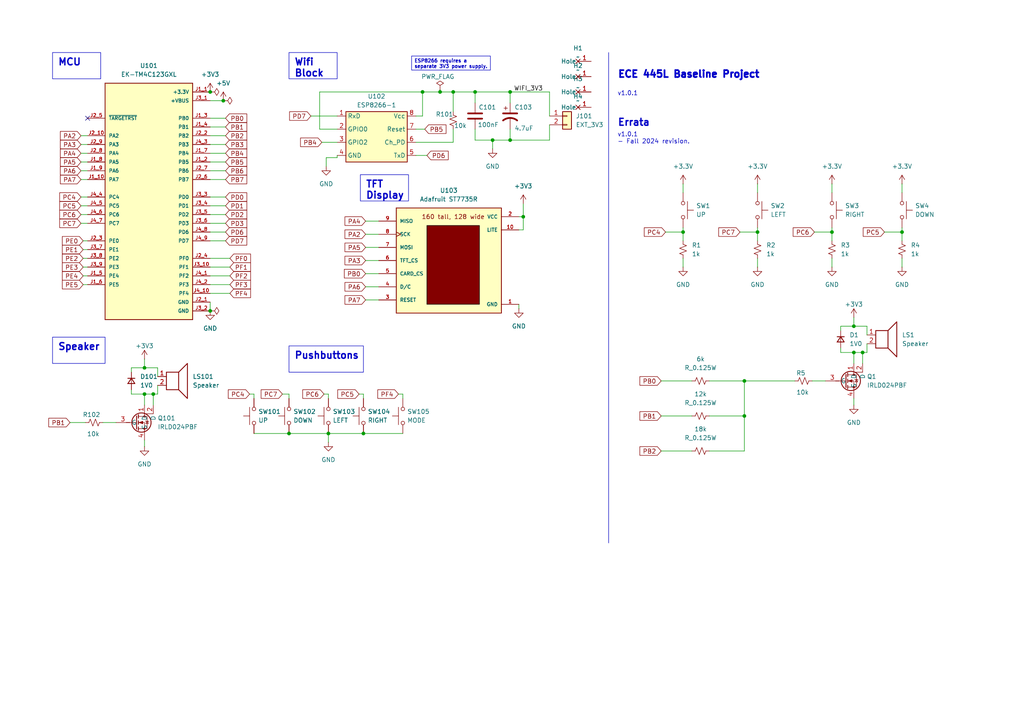
<source format=kicad_sch>
(kicad_sch (version 20231120) (generator "eeschema") (generator_version "8.0")
  (paper "A4")
  (title_block (title "ECE 445L Baseline Project") (date "2024-08-07") (rev "v1.0.1") (company "The University of Texas at Austin"))
  (lib_symbols
    (symbol "Connector_Generic:Conn_01x02" (pin_names (offset 1.016) hide)
      (property "Reference" "J" (at 0 2.54 0))
      (property "Value" "Conn_01x02" (at 0 -5.08 0))
      (symbol "Conn_01x02_1_1"
        (rectangle (start -1.27 -2.413) (end 0 -2.667) (stroke (width 0.1524)))
        (rectangle (start -1.27 0.127) (end 0 -0.127) (stroke (width 0.1524)))
        (rectangle (start -1.27 1.27) (end 1.27 -3.81) (stroke (width 0.254)) (fill (type background)))
        (pin passive line (at -5.08 0 0) (length 3.81) (name "Pin_1") (number "1"))
        (pin passive line (at -5.08 -2.54 0) (length 3.81) (name "Pin_2") (number "2"))
      )
    )
    (symbol "Device:D_Small" (pin_numbers hide) (pin_names (offset 0.254) hide)
      (property "Reference" "D" (at -1.27 2.032 0))
      (property "Value" "D_Small" (at -3.81 -2.032 0))
      (symbol "D_Small_0_1"
        (polyline (pts (xy -0.762 -1.016) (xy -0.762 1.016)) (stroke (width 0.254)))
        (polyline (pts (xy -0.762 0) (xy 0.762 0)))
        (polyline (pts (xy 0.762 -1.016) (xy -0.762 0) (xy 0.762 1.016) (xy 0.762 -1.016)) (stroke (width 0.254)))
      )
      (symbol "D_Small_1_1"
        (pin passive line (at -2.54 0 0) (length 1.778) (name "K") (number "1"))
        (pin passive line (at 2.54 0 180) (length 1.778) (name "A") (number "2"))
      )
    )
    (symbol "Device:Speaker" (pin_names (offset 0) hide)
      (property "Reference" "LS" (at 1.27 5.715 0))
      (property "Value" "Speaker" (at 1.27 3.81 0))
      (symbol "Speaker_0_0"
        (rectangle (start -2.54 1.27) (end 1.016 -3.81) (stroke (width 0.254)))
        (polyline (pts (xy 1.016 1.27) (xy 3.556 3.81) (xy 3.556 -6.35) (xy 1.016 -3.81)) (stroke (width 0.254)))
      )
      (symbol "Speaker_1_1"
        (pin input line (at -5.08 0 0) (length 2.54) (name "1") (number "1"))
        (pin input line (at -5.08 -2.54 0) (length 2.54) (name "2") (number "2"))
      )
    )
    (symbol "ECE445L:Adafruit_ST7735R" (pin_names (offset 1.016))
      (property "Reference" "U?" (at -15.24 16.002 0))
      (property "Value" "Adafruit ST7735R" (at -15.24 -17.78 0))
      (symbol "Adafruit_ST7735R_0_0"
        (rectangle (start -15.24 15.24) (end 15.24 -15.24) (stroke (width 0.254)) (fill (type background)))
      )
      (symbol "Adafruit_ST7735R_1_0"
        (pin power_in line (at 20.32 -12.7 180) (length 5.08) (name "GND") (number "1"))
        (pin power_in line (at 20.32 8.89 180) (length 5.08) (name "LITE") (number "10"))
        (pin power_in line (at 20.32 12.7 180) (length 5.08) (name "VCC") (number "2"))
        (pin input line (at -20.32 -11.43 0) (length 5.08) (name "RESET") (number "3"))
        (pin input line (at -20.32 -7.62 0) (length 5.08) (name "D/C") (number "4"))
        (pin input line (at -20.32 -3.81 0) (length 5.08) (name "CARD_CS") (number "5"))
        (pin input line (at -20.32 0 0) (length 5.08) (name "TFT_CS") (number "6"))
        (pin input line (at -20.32 3.81 0) (length 5.08) (name "MOSI") (number "7"))
        (pin input clock (at -20.32 7.62 0) (length 5.08) (name "SCK") (number "8"))
        (pin output line (at -20.32 11.43 0) (length 5.08) (name "MISO") (number "9"))
      )
      (symbol "Adafruit_ST7735R_1_1"
        (rectangle (start -6.35 10.16) (end 8.89 -12.7) (stroke (width 0) (color 0 0 0 1)) (fill (type color) (color 132 0 0 1)))
        (text "160 tall, 128 wide" (at 1.27 12.7 0) (effects (font (size 1.27 1.27))))
      )
    )
    (symbol "ECE445L:C" (pin_numbers hide) (pin_names (offset 0.254))
      (property "Reference" "C" (at 0.635 2.54 0))
      (property "Value" "C" (at 0.635 -2.54 0))
      (symbol "C_0_1"
        (polyline (pts (xy -2.032 -0.762) (xy 2.032 -0.762)) (stroke (width 0.508)))
        (polyline (pts (xy -2.032 0.762) (xy 2.032 0.762)) (stroke (width 0.508)))
      )
      (symbol "C_1_1"
        (pin passive line (at 0 3.81 270) (length 2.794) (name "~") (number "1"))
        (pin passive line (at 0 -3.81 90) (length 2.794) (name "~") (number "2"))
      )
    )
    (symbol "ECE445L:C_Polarized" (pin_numbers hide) (pin_names (offset 0.254) hide)
      (property "Reference" "C" (at 0.635 2.54 0))
      (property "Value" "C_Polarized" (at 0.635 -2.54 0))
      (symbol "C_Polarized_0_1"
        (polyline (pts (xy -2.032 0.762) (xy 2.032 0.762)) (stroke (width 0.508)))
        (polyline (pts (xy -1.778 2.286) (xy -0.762 2.286)))
        (polyline (pts (xy -1.27 1.778) (xy -1.27 2.794)))
        (arc (start 2.032 -1.27) (mid 0 -0.5572) (end -2.032 -1.27) (stroke (width 0.508)))
      )
      (symbol "C_Polarized_1_1"
        (pin passive line (at 0 3.81 270) (length 2.794) (name "~") (number "1"))
        (pin passive line (at 0 -3.81 90) (length 3.302) (name "~") (number "2"))
      )
    )
    (symbol "ECE445L:EK-TM4C123GXL" (pin_names (offset 1.016))
      (property "Reference" "U?" (at -12.7367 34.3099 0))
      (property "Value" "EK-TM4C123GXL" (at -12.7129 -38.1075 0))
      (symbol "EK-TM4C123GXL_0_0"
        (rectangle (start -12.7 -35.56) (end 12.7 33.02) (stroke (width 0.254)) (fill (type background)))
        (pin power_in line (at 17.78 30.48 180) (length 5.08) (name "+3.3V") (number "J1_1"))
        (pin bidirectional line (at -17.78 5.08 0) (length 5.08) (name "PA7") (number "J1_10"))
        (pin bidirectional line (at 17.78 22.86 180) (length 5.08) (name "PB0") (number "J1_3"))
        (pin bidirectional line (at 17.78 20.32 180) (length 5.08) (name "PB1") (number "J1_4"))
        (pin bidirectional line (at -17.78 -22.86 0) (length 5.08) (name "PE4") (number "J1_5"))
        (pin bidirectional line (at -17.78 -25.4 0) (length 5.08) (name "PE5") (number "J1_6"))
        (pin bidirectional line (at 17.78 12.7 180) (length 5.08) (name "PB4") (number "J1_7"))
        (pin bidirectional line (at -17.78 10.16 0) (length 5.08) (name "PA5") (number "J1_8"))
        (pin bidirectional line (at -17.78 7.62 0) (length 5.08) (name "PA6") (number "J1_9"))
        (pin power_in line (at 17.78 -30.48 180) (length 5.08) (name "GND") (number "J2_1"))
        (pin bidirectional line (at -17.78 17.78 0) (length 5.08) (name "PA2") (number "J2_10"))
        (pin bidirectional line (at 17.78 17.78 180) (length 5.08) (name "PB2") (number "J2_2"))
        (pin bidirectional line (at -17.78 -12.7 0) (length 5.08) (name "PE0") (number "J2_3"))
        (pin bidirectional line (at 17.78 -17.78 180) (length 5.08) (name "PF0") (number "J2_4"))
        (pin input line (at -17.78 22.86 0) (length 5.08) (name "~{TARGETRST}") (number "J2_5"))
        (pin bidirectional line (at 17.78 5.08 180) (length 5.08) (name "PB7") (number "J2_6"))
        (pin bidirectional line (at 17.78 7.62 180) (length 5.08) (name "PB6") (number "J2_7"))
        (pin bidirectional line (at -17.78 12.7 0) (length 5.08) (name "PA4") (number "J2_8"))
        (pin bidirectional line (at -17.78 15.24 0) (length 5.08) (name "PA3") (number "J2_9"))
        (pin power_in line (at 17.78 27.94 180) (length 5.08) (name "+VBUS") (number "J3_1"))
        (pin bidirectional line (at 17.78 -20.32 180) (length 5.08) (name "PF1") (number "J3_10"))
        (pin power_in line (at 17.78 -33.02 180) (length 5.08) (name "GND") (number "J3_2"))
        (pin bidirectional line (at 17.78 0 180) (length 5.08) (name "PD0") (number "J3_3"))
        (pin bidirectional line (at 17.78 -2.54 180) (length 5.08) (name "PD1") (number "J3_4"))
        (pin bidirectional line (at 17.78 -5.08 180) (length 5.08) (name "PD2") (number "J3_5"))
        (pin bidirectional line (at 17.78 -7.62 180) (length 5.08) (name "PD3") (number "J3_6"))
        (pin bidirectional line (at -17.78 -15.24 0) (length 5.08) (name "PE1") (number "J3_7"))
        (pin bidirectional line (at -17.78 -17.78 0) (length 5.08) (name "PE2") (number "J3_8"))
        (pin bidirectional line (at -17.78 -20.32 0) (length 5.08) (name "PE3") (number "J3_9"))
        (pin bidirectional line (at 17.78 -22.86 180) (length 5.08) (name "PF2") (number "J4_1"))
        (pin bidirectional line (at 17.78 -27.94 180) (length 5.08) (name "PF4") (number "J4_10"))
        (pin bidirectional line (at 17.78 -25.4 180) (length 5.08) (name "PF3") (number "J4_2"))
        (pin bidirectional line (at 17.78 15.24 180) (length 5.08) (name "PB3") (number "J4_3"))
        (pin bidirectional line (at -17.78 0 0) (length 5.08) (name "PC4") (number "J4_4"))
        (pin bidirectional line (at -17.78 -2.54 0) (length 5.08) (name "PC5") (number "J4_5"))
        (pin bidirectional line (at -17.78 -5.08 0) (length 5.08) (name "PC6") (number "J4_6"))
        (pin bidirectional line (at -17.78 -7.62 0) (length 5.08) (name "PC7") (number "J4_7"))
        (pin bidirectional line (at 17.78 -10.16 180) (length 5.08) (name "PD6") (number "J4_8"))
        (pin bidirectional line (at 17.78 -12.7 180) (length 5.08) (name "PD7") (number "J4_9"))
      )
      (symbol "EK-TM4C123GXL_1_0"
        (pin bidirectional line (at 17.78 10.16 180) (length 5.08) (name "PB5") (number "J1_2"))
      )
    )
    (symbol "ECE445L:ESP8266-1"
      (property "Reference" "U" (at 0 0 0))
      (property "Value" "ESP8266-1" (at 0 8.255 0))
      (symbol "ESP8266-1_1_1"
        (rectangle (start -8.255 6.985) (end 9.525 -7.62) (stroke (width 0.254)) (fill (type background)))
        (pin passive line (at -10.795 5.715 0) (length 2.54) (name "RxD") (number "1"))
        (pin passive line (at -10.795 1.905 0) (length 2.54) (name "GPIO0") (number "2"))
        (pin passive line (at -10.795 -1.905 0) (length 2.54) (name "GPIO2") (number "3"))
        (pin passive line (at -10.795 -5.715 0) (length 2.54) (name "GND") (number "4"))
        (pin passive line (at 12.065 -5.715 180) (length 2.54) (name "TxD") (number "5"))
        (pin passive line (at 12.065 -1.905 180) (length 2.54) (name "Ch_PD") (number "6"))
        (pin passive line (at 12.065 1.905 180) (length 2.54) (name "Reset") (number "7"))
        (pin passive line (at 12.065 5.715 180) (length 2.54) (name "Vcc") (number "8"))
      )
    )
    (symbol "ECE445L:IRLD024PBF"
      (property "Reference" "Q" (at 6.35 5.715 0))
      (property "Value" "IRLD024PBF" (at 16.51 -1.905 0))
      (symbol "IRLD024PBF_0_1"
        (polyline (pts (xy 11.43 0.635) (xy 8.636 0.635)))
        (polyline (pts (xy 11.684 2.54) (xy 11.684 -1.27)) (stroke (width 0.254)))
        (polyline (pts (xy 12.192 -0.635) (xy 12.192 -1.651)) (stroke (width 0.254)))
        (polyline (pts (xy 12.192 1.143) (xy 12.192 0.127)) (stroke (width 0.254)))
        (polyline (pts (xy 12.192 2.921) (xy 12.192 1.905)) (stroke (width 0.254)))
        (polyline (pts (xy 13.97 3.175) (xy 13.97 2.413)))
        (polyline (pts (xy 16.51 3.175) (xy 13.97 3.175)))
        (polyline (pts (xy 13.97 -1.905) (xy 13.97 0.635) (xy 12.192 0.635)))
        (polyline (pts (xy 12.192 -1.143) (xy 14.732 -1.143) (xy 14.732 2.413) (xy 12.192 2.413)))
        (polyline (pts (xy 12.446 0.635) (xy 13.462 1.016) (xy 13.462 0.254) (xy 12.446 0.635)) (fill (type outline)))
        (polyline (pts (xy 14.224 1.143) (xy 14.351 1.016) (xy 15.113 1.016) (xy 15.24 0.889)))
        (polyline (pts (xy 14.732 1.016) (xy 14.351 0.381) (xy 15.113 0.381) (xy 14.732 1.016)))
        (circle (center 13.081 0.635) (radius 2.794) (stroke (width 0.254)))
        (circle (center 13.97 -1.143) (radius 0.254) (fill (type outline)))
        (circle (center 13.97 2.413) (radius 0.254) (fill (type outline)))
      )
      (symbol "IRLD024PBF_1_1"
        (pin passive line (at 13.97 5.715 270) (length 2.54) (name "D") (number "1"))
        (pin passive line (at 16.51 5.715 270) (length 2.54) (name "D") (number "2"))
        (pin input line (at 5.715 0.635 0) (length 4) (name "G") (number "3"))
        (pin passive line (at 13.97 -4.445 90) (length 2.54) (name "S") (number "4"))
      )
    )
    (symbol "ECE445L:MountingHole"
      (property "Reference" "H" (at 0 0 0))
      (symbol "MountingHole_1_1"
        (pin power_in non_logic (at 0 0 180) (length 3.81) (name "Hole") (number "1"))
      )
    )
    (symbol "ECE445L:R_0.125W" (pin_numbers hide) (pin_names (offset 0.254) hide)
      (property "Reference" "R" (at 0.762 0.508 0))
      (property "Value" "R_0.125W" (at 0.762 -1.016 0))
      (symbol "R_0.125W_1_1"
        (polyline (pts (xy 0 0) (xy 1.016 -0.381) (xy 0 -0.762) (xy -1.016 -1.143) (xy 0 -1.524)))
        (polyline (pts (xy 0 1.524) (xy 1.016 1.143) (xy 0 0.762) (xy -1.016 0.381) (xy 0 0)))
        (pin passive line (at 0 2.54 270) (length 1.016) (name "~") (number "1"))
        (pin passive line (at 0 -2.54 90) (length 1.016) (name "~") (number "2"))
      )
    )
    (symbol "ECE445L:SW_Push" (pin_numbers hide) (pin_names (offset 1.016) hide)
      (property "Reference" "SW101" (at 1.27 -1.27 90))
      (property "Value" "UP" (at -1.27 -1.27 90))
      (symbol "SW_Push_0_1"
        (circle (center -2.032 0) (radius 0.508))
        (polyline (pts (xy 0 1.27) (xy 0 3.048)))
        (polyline (pts (xy 2.54 1.27) (xy -2.54 1.27)))
        (circle (center 2.032 0) (radius 0.508))
        (pin passive line (at -5.08 0 0) (length 2.54) (name "1") (number "1"))
        (pin passive line (at 5.08 0 180) (length 2.54) (name "2") (number "2"))
      )
    )
    (symbol "Switch:SW_Push" (pin_numbers hide) (pin_names (offset 1.016) hide)
      (property "Reference" "SW" (at 1.27 2.54 0))
      (property "Value" "SW_Push" (at 0 -1.524 0))
      (symbol "SW_Push_0_1"
        (circle (center -2.032 0) (radius 0.508))
        (polyline (pts (xy 0 1.27) (xy 0 3.048)))
        (polyline (pts (xy 2.54 1.27) (xy -2.54 1.27)))
        (circle (center 2.032 0) (radius 0.508))
        (pin passive line (at -5.08 0 0) (length 2.54) (name "1") (number "1"))
        (pin passive line (at 5.08 0 180) (length 2.54) (name "2") (number "2"))
      )
    )
    (symbol "power:+3.3V" (power) (pin_numbers hide) (pin_names (offset 0) hide)
      (property "Value" "+3.3V" (at 0 3.556 0))
      (symbol "+3.3V_0_1"
        (polyline (pts (xy -0.762 1.27) (xy 0 2.54)))
        (polyline (pts (xy 0 0) (xy 0 2.54)))
        (polyline (pts (xy 0 2.54) (xy 0.762 1.27)))
      )
      (symbol "+3.3V_1_1"
        (pin power_in line (at 0 0 90) (length 0) (name "~") (number "1"))
      )
    )
    (symbol "power:+3V3" (power) (pin_numbers hide) (pin_names (offset 0) hide)
      (property "Value" "+3V3" (at 0 3.556 0))
      (symbol "+3V3_0_1"
        (polyline (pts (xy -0.762 1.27) (xy 0 2.54)))
        (polyline (pts (xy 0 0) (xy 0 2.54)))
        (polyline (pts (xy 0 2.54) (xy 0.762 1.27)))
      )
      (symbol "+3V3_1_1"
        (pin power_in line (at 0 0 90) (length 0) (name "~") (number "1"))
      )
    )
    (symbol "power:+5V" (power) (pin_numbers hide) (pin_names (offset 0) hide)
      (property "Value" "+5V" (at 0 3.556 0))
      (symbol "+5V_0_1"
        (polyline (pts (xy -0.762 1.27) (xy 0 2.54)))
        (polyline (pts (xy 0 0) (xy 0 2.54)))
        (polyline (pts (xy 0 2.54) (xy 0.762 1.27)))
      )
      (symbol "+5V_1_1"
        (pin power_in line (at 0 0 90) (length 0) (name "~") (number "1"))
      )
    )
    (symbol "power:GND" (power) (pin_numbers hide) (pin_names (offset 0) hide)
      (property "Value" "GND" (at 0 -3.81 0))
      (symbol "GND_0_1"
        (polyline (pts (xy 0 0) (xy 0 -1.27) (xy 1.27 -1.27) (xy 0 -2.54) (xy -1.27 -1.27) (xy 0 -1.27)))
      )
      (symbol "GND_1_1"
        (pin power_in line (at 0 0 270) (length 0) (name "~") (number "1"))
      )
    )
    (symbol "power:PWR_FLAG" (power) (pin_numbers hide) (pin_names (offset 0) hide)
      (property "Value" "PWR_FLAG" (at 0 3.81 0))
      (symbol "PWR_FLAG_0_0"
        (pin power_out line (at 0 0 90) (length 0) (name "~") (number "1"))
      )
      (symbol "PWR_FLAG_0_1"
        (polyline (pts (xy 0 0) (xy 0 1.27) (xy -1.016 1.905) (xy 0 2.54) (xy 1.016 1.905) (xy 0 1.27)))
      )
    )
  )
  (junction (at 60.96 26.67))
  (junction (at 95.25 125.73))
  (junction (at 127.635 26.67))
  (junction (at 147.955 26.67))
  (junction (at 250.19 102.235))
  (junction (at 41.91 106.68))
  (junction (at 219.71 67.31))
  (junction (at 44.45 114.3))
  (junction (at 198.12 67.31))
  (junction (at 215.9 110.49))
  (junction (at 215.9 120.65))
  (junction (at 122.555 26.67))
  (junction (at 137.795 26.67))
  (junction (at 147.955 40.64))
  (junction (at 60.96 90.17))
  (junction (at 261.62 67.31))
  (junction (at 247.65 94.615))
  (junction (at 41.91 114.3))
  (junction (at 142.875 40.64))
  (junction (at 247.65 102.235))
  (junction (at 131.445 26.67))
  (junction (at 83.82 125.73))
  (junction (at 105.41 125.73))
  (junction (at 241.3 67.31))
  (junction (at 151.765 62.865))
  (junction (at 64.77 29.21))
  (no_connect (at 25.4 34.29))
  (wire (pts (xy 60.96 41.91) (xy 65.405 41.91)))
  (wire (pts (xy 106.045 71.755) (xy 109.855 71.755)))
  (wire (pts (xy 93.345 41.275) (xy 97.79 41.275)))
  (wire (pts (xy 81.915 114.3) (xy 83.82 114.3)))
  (wire (pts (xy 236.22 67.31) (xy 241.3 67.31)))
  (wire (pts (xy 215.9 110.49) (xy 215.9 120.65)))
  (wire (pts (xy 73.66 114.3) (xy 73.66 115.57)))
  (wire (pts (xy 219.71 67.31) (xy 219.71 69.85)))
  (wire (pts (xy 116.84 114.3) (xy 116.84 115.57)))
  (wire (pts (xy 60.96 52.07) (xy 65.405 52.07)))
  (wire (pts (xy 250.19 102.235) (xy 250.19 105.41)))
  (wire (pts (xy 60.96 36.83) (xy 65.405 36.83)))
  (wire (pts (xy 215.9 120.65) (xy 215.9 130.81)))
  (wire (pts (xy 95.25 125.73) (xy 95.25 128.27)))
  (wire (pts (xy 20.32 122.555) (xy 24.765 122.555)))
  (wire (pts (xy 38.1 106.68) (xy 41.91 106.68)))
  (wire (pts (xy 94.615 45.72) (xy 94.615 48.26)))
  (wire (pts (xy 106.045 79.375) (xy 109.855 79.375)))
  (wire (pts (xy 60.96 69.85) (xy 65.405 69.85)))
  (wire (pts (xy 131.445 41.275) (xy 131.445 37.465)))
  (wire (pts (xy 23.495 64.77) (xy 25.4 64.77)))
  (wire (pts (xy 147.955 40.64) (xy 159.385 40.64)))
  (wire (pts (xy 120.65 45.085) (xy 123.825 45.085)))
  (wire (pts (xy 60.96 77.47) (xy 66.675 77.47)))
  (wire (pts (xy 45.72 111.76) (xy 45.72 114.3)))
  (wire (pts (xy 92.71 26.67) (xy 92.71 37.465)))
  (wire (pts (xy 106.045 75.565) (xy 109.855 75.565)))
  (wire (pts (xy 24.13 77.47) (xy 25.4 77.47)))
  (wire (pts (xy 251.46 99.695) (xy 251.46 102.235)))
  (wire (pts (xy 73.66 125.73) (xy 83.82 125.73)))
  (wire (pts (xy 198.12 53.34) (xy 198.12 55.88)))
  (wire (pts (xy 23.495 62.23) (xy 25.4 62.23)))
  (wire (pts (xy 97.79 45.72) (xy 94.615 45.72)))
  (wire (pts (xy 23.495 41.91) (xy 25.4 41.91)))
  (wire (pts (xy 142.875 40.64) (xy 137.795 40.64)))
  (wire (pts (xy 41.91 104.14) (xy 41.91 106.68)))
  (wire (pts (xy 29.845 122.555) (xy 33.655 122.555)))
  (wire (pts (xy 60.96 39.37) (xy 65.405 39.37)))
  (wire (pts (xy 205.74 130.81) (xy 215.9 130.81)))
  (wire (pts (xy 60.96 87.63) (xy 60.96 90.17)))
  (wire (pts (xy 41.91 114.3) (xy 44.45 114.3)))
  (wire (pts (xy 131.445 26.67) (xy 127.635 26.67)))
  (wire (pts (xy 24.13 72.39) (xy 25.4 72.39)))
  (wire (pts (xy 72.39 114.3) (xy 73.66 114.3)))
  (wire (pts (xy 198.12 66.04) (xy 198.12 67.31)))
  (wire (pts (xy 247.65 94.615) (xy 251.46 94.615)))
  (wire (pts (xy 38.1 106.68) (xy 38.1 107.95)))
  (wire (pts (xy 261.62 74.93) (xy 261.62 77.47)))
  (wire (pts (xy 60.96 85.09) (xy 66.675 85.09)))
  (wire (pts (xy 24.13 69.85) (xy 25.4 69.85)))
  (wire (pts (xy 243.84 102.235) (xy 243.84 100.965)))
  (wire (pts (xy 243.84 94.615) (xy 243.84 95.885)))
  (wire (pts (xy 38.1 114.3) (xy 41.91 114.3)))
  (wire (pts (xy 127.635 26.035) (xy 127.635 26.67)))
  (wire (pts (xy 23.495 49.53) (xy 25.4 49.53)))
  (wire (pts (xy 60.96 80.01) (xy 66.675 80.01)))
  (wire (pts (xy 247.65 102.235) (xy 250.19 102.235)))
  (wire (pts (xy 120.65 33.655) (xy 122.555 33.655)))
  (wire (pts (xy 191.77 130.81) (xy 200.66 130.81)))
  (wire (pts (xy 60.96 34.29) (xy 65.405 34.29)))
  (wire (pts (xy 151.765 59.055) (xy 151.765 62.865)))
  (wire (pts (xy 115.57 114.3) (xy 116.84 114.3)))
  (wire (pts (xy 24.13 80.01) (xy 25.4 80.01)))
  (wire (pts (xy 256.54 67.31) (xy 261.62 67.31)))
  (wire (pts (xy 106.045 67.945) (xy 109.855 67.945)))
  (wire (pts (xy 193.04 67.31) (xy 198.12 67.31)))
  (wire (pts (xy 83.82 114.3) (xy 83.82 115.57)))
  (wire (pts (xy 205.74 110.49) (xy 215.9 110.49)))
  (wire (pts (xy 97.79 45.085) (xy 97.79 45.72)))
  (wire (pts (xy 23.495 39.37) (xy 25.4 39.37)))
  (wire (pts (xy 83.82 125.73) (xy 95.25 125.73)))
  (wire (pts (xy 104.14 114.3) (xy 105.41 114.3)))
  (wire (pts (xy 243.84 94.615) (xy 247.65 94.615)))
  (wire (pts (xy 120.65 37.465) (xy 123.19 37.465)))
  (wire (pts (xy 205.74 120.65) (xy 215.9 120.65)))
  (wire (pts (xy 23.495 44.45) (xy 25.4 44.45)))
  (wire (pts (xy 90.17 33.655) (xy 97.79 33.655)))
  (wire (pts (xy 219.71 53.34) (xy 219.71 55.88)))
  (wire (pts (xy 60.96 29.21) (xy 64.77 29.21)))
  (wire (pts (xy 142.875 40.64) (xy 147.955 40.64)))
  (wire (pts (xy 137.795 26.67) (xy 131.445 26.67)))
  (wire (pts (xy 106.045 64.135) (xy 109.855 64.135)))
  (polyline (pts (xy 176.53 15.24) (xy 176.53 157.48)))
  (wire (pts (xy 24.13 82.55) (xy 25.4 82.55)))
  (wire (pts (xy 23.495 52.07) (xy 25.4 52.07)))
  (wire (pts (xy 106.045 83.185) (xy 109.855 83.185)))
  (wire (pts (xy 151.765 66.675) (xy 151.765 62.865)))
  (wire (pts (xy 219.71 66.04) (xy 219.71 67.31)))
  (wire (pts (xy 191.77 120.65) (xy 200.66 120.65)))
  (wire (pts (xy 215.9 110.49) (xy 230.505 110.49)))
  (wire (pts (xy 235.585 110.49) (xy 239.395 110.49)))
  (wire (pts (xy 198.12 74.93) (xy 198.12 77.47)))
  (wire (pts (xy 147.955 26.67) (xy 137.795 26.67)))
  (wire (pts (xy 106.045 86.995) (xy 109.855 86.995)))
  (wire (pts (xy 219.71 74.93) (xy 219.71 77.47)))
  (wire (pts (xy 44.45 114.3) (xy 45.72 114.3)))
  (wire (pts (xy 23.495 46.99) (xy 25.4 46.99)))
  (wire (pts (xy 198.12 67.31) (xy 198.12 69.85)))
  (wire (pts (xy 93.98 114.3) (xy 95.25 114.3)))
  (wire (pts (xy 127.635 26.67) (xy 122.555 26.67)))
  (wire (pts (xy 105.41 125.73) (xy 116.84 125.73)))
  (wire (pts (xy 150.495 66.675) (xy 151.765 66.675)))
  (wire (pts (xy 137.795 40.64) (xy 137.795 37.465)))
  (wire (pts (xy 214.63 67.31) (xy 219.71 67.31)))
  (wire (pts (xy 247.65 102.235) (xy 247.65 105.41)))
  (wire (pts (xy 159.385 36.195) (xy 159.385 40.64)))
  (wire (pts (xy 241.3 66.04) (xy 241.3 67.31)))
  (wire (pts (xy 243.84 102.235) (xy 247.65 102.235)))
  (wire (pts (xy 97.79 37.465) (xy 92.71 37.465)))
  (wire (pts (xy 247.65 92.075) (xy 247.65 94.615)))
  (wire (pts (xy 241.3 74.93) (xy 241.3 77.47)))
  (wire (pts (xy 60.96 64.77) (xy 65.405 64.77)))
  (wire (pts (xy 150.495 88.265) (xy 150.495 89.535)))
  (wire (pts (xy 137.795 26.67) (xy 137.795 29.845)))
  (wire (pts (xy 120.65 41.275) (xy 131.445 41.275)))
  (wire (pts (xy 41.91 114.3) (xy 41.91 117.475)))
  (wire (pts (xy 142.875 43.18) (xy 142.875 40.64)))
  (wire (pts (xy 241.3 53.34) (xy 241.3 55.88)))
  (wire (pts (xy 95.25 114.3) (xy 95.25 115.57)))
  (wire (pts (xy 247.65 115.57) (xy 247.65 117.475)))
  (wire (pts (xy 122.555 33.655) (xy 122.555 26.67)))
  (wire (pts (xy 60.96 82.55) (xy 66.675 82.55)))
  (wire (pts (xy 60.96 74.93) (xy 66.675 74.93)))
  (wire (pts (xy 241.3 67.31) (xy 241.3 69.85)))
  (wire (pts (xy 105.41 114.3) (xy 105.41 115.57)))
  (wire (pts (xy 95.25 125.73) (xy 105.41 125.73)))
  (wire (pts (xy 131.445 26.67) (xy 131.445 32.385)))
  (wire (pts (xy 44.45 114.3) (xy 44.45 117.475)))
  (wire (pts (xy 60.96 44.45) (xy 65.405 44.45)))
  (wire (pts (xy 60.96 67.31) (xy 65.405 67.31)))
  (wire (pts (xy 60.96 57.15) (xy 65.405 57.15)))
  (wire (pts (xy 23.495 57.15) (xy 25.4 57.15)))
  (wire (pts (xy 45.72 106.68) (xy 45.72 109.22)))
  (wire (pts (xy 41.91 127.635) (xy 41.91 129.54)))
  (wire (pts (xy 147.955 40.64) (xy 147.955 37.465)))
  (wire (pts (xy 261.62 66.04) (xy 261.62 67.31)))
  (wire (pts (xy 60.96 59.69) (xy 65.405 59.69)))
  (wire (pts (xy 147.955 26.67) (xy 147.955 29.845)))
  (wire (pts (xy 122.555 26.67) (xy 92.71 26.67)))
  (wire (pts (xy 191.77 110.49) (xy 200.66 110.49)))
  (wire (pts (xy 261.62 53.34) (xy 261.62 55.88)))
  (wire (pts (xy 23.495 59.69) (xy 25.4 59.69)))
  (wire (pts (xy 261.62 67.31) (xy 261.62 69.85)))
  (wire (pts (xy 60.96 46.99) (xy 65.405 46.99)))
  (wire (pts (xy 159.385 26.67) (xy 159.385 33.655)))
  (wire (pts (xy 150.495 62.865) (xy 151.765 62.865)))
  (wire (pts (xy 60.96 62.23) (xy 65.405 62.23)))
  (wire (pts (xy 41.91 106.68) (xy 45.72 106.68)))
  (wire (pts (xy 60.96 49.53) (xy 65.405 49.53)))
  (wire (pts (xy 24.13 74.93) (xy 25.4 74.93)))
  (wire (pts (xy 251.46 94.615) (xy 251.46 97.155)))
  (wire (pts (xy 159.385 26.67) (xy 147.955 26.67)))
  (wire (pts (xy 38.1 114.3) (xy 38.1 113.03)))
  (wire (pts (xy 250.19 102.235) (xy 251.46 102.235)))
  (text_box "MCU" (at 15.24 15.24 0) (size 13.97 7.62) (effects (font (size 2 2) (thickness 0.4) (bold yes)) (justify left top)))
  (text_box "ESP8266 requires a separate 3V3 power supply." (at 119.38 16.256 0) (size 22.86 4.064) (effects (font (size 1 1) (bold yes)) (justify left top)))
  (text_box "Speaker" (at 15.24 97.79 0) (size 15.24 7.62) (effects (font (size 2 2) (thickness 0.4) (bold yes)) (justify left top)))
  (text_box "Pushbuttons" (at 83.82 100.33 0) (size 21.59 7.62) (effects (font (size 2 2) (thickness 0.4) (bold yes)) (justify left top)))
  (text_box "TFT Display" (at 104.521 50.673 0) (size 13.97 7.62) (effects (font (size 2 2) (thickness 0.4) (bold yes)) (justify left top)))
  (text_box "Wifi Block" (at 83.82 15.24 0) (size 13.97 7.62) (effects (font (size 2 2) (thickness 0.4) (bold yes)) (justify left top)))
  (text "v1.0.1\n- Fall 2024 revision." (at 179.07 41.91 0) (effects (font (size 1.27 1.27)) (justify left bottom)))
  (text "ECE 445L Baseline Project" (at 179.07 22.86 0) (effects (font (size 2 2) (thickness 0.6) (bold yes)) (justify left bottom)))
  (text "v1.0.1" (at 179.07 27.94 0) (effects (font (size 1.27 1.27)) (justify left bottom)))
  (text "Errata" (at 179.07 36.83 0) (effects (font (size 2 2) (thickness 0.4) (bold yes)) (justify left bottom)))
  (label "WIFI_3V3" (at 157.48 26.67 180))
  (global_label "PC5" (shape input) (at 23.495 59.69 180) (property "Intersheetrefs" "${INTERSHEET_REFS}" (effects (hide yes))))
  (global_label "PC4" (shape input) (at 193.04 67.31 180) (property "Intersheetrefs" "${INTERSHEET_REFS}" (effects (hide yes))))
  (global_label "PB6" (shape input) (at 65.405 49.53 0) (property "Intersheetrefs" "${INTERSHEET_REFS}" (effects (hide yes))))
  (global_label "PB2" (shape input) (at 65.405 39.37 0) (property "Intersheetrefs" "${INTERSHEET_REFS}" (effects (hide yes))))
  (global_label "PA7" (shape input) (at 23.495 52.07 180) (property "Intersheetrefs" "${INTERSHEET_REFS}" (effects (hide yes))))
  (global_label "PA4" (shape input) (at 23.495 44.45 180) (property "Intersheetrefs" "${INTERSHEET_REFS}" (effects (hide yes))))
  (global_label "PB5" (shape input) (at 65.405 46.99 0) (property "Intersheetrefs" "${INTERSHEET_REFS}" (effects (hide yes))))
  (global_label "PB3" (shape input) (at 65.405 41.91 0) (property "Intersheetrefs" "${INTERSHEET_REFS}" (effects (hide yes))))
  (global_label "PD7" (shape input) (at 65.405 69.85 0) (property "Intersheetrefs" "${INTERSHEET_REFS}" (effects (hide yes))))
  (global_label "PE0" (shape input) (at 24.13 69.85 180) (property "Intersheetrefs" "${INTERSHEET_REFS}" (effects (hide yes))))
  (global_label "PC5" (shape input) (at 256.54 67.31 180) (property "Intersheetrefs" "${INTERSHEET_REFS}" (effects (hide yes))))
  (global_label "PD1" (shape input) (at 65.405 59.69 0) (property "Intersheetrefs" "${INTERSHEET_REFS}" (effects (hide yes))))
  (global_label "PF4" (shape input) (at 66.675 85.09 0) (property "Intersheetrefs" "${INTERSHEET_REFS}" (effects (hide yes))))
  (global_label "PE3" (shape input) (at 24.13 77.47 180) (property "Intersheetrefs" "${INTERSHEET_REFS}" (effects (hide yes))))
  (global_label "PC7" (shape input) (at 23.495 64.77 180) (property "Intersheetrefs" "${INTERSHEET_REFS}" (effects (hide yes))))
  (global_label "PA2" (shape input) (at 106.045 67.945 180) (property "Intersheetrefs" "${INTERSHEET_REFS}" (effects (hide yes))))
  (global_label "PD7" (shape input) (at 90.17 33.655 180) (property "Intersheetrefs" "${INTERSHEET_REFS}" (effects (hide yes))))
  (global_label "PB4" (shape input) (at 93.345 41.275 180) (property "Intersheetrefs" "${INTERSHEET_REFS}" (effects (hide yes))))
  (global_label "PC7" (shape input) (at 81.915 114.3 180) (property "Intersheetrefs" "${INTERSHEET_REFS}" (effects (hide yes))))
  (global_label "PE2" (shape input) (at 24.13 74.93 180) (property "Intersheetrefs" "${INTERSHEET_REFS}" (effects (hide yes))))
  (global_label "PA3" (shape input) (at 23.495 41.91 180) (property "Intersheetrefs" "${INTERSHEET_REFS}" (effects (hide yes))))
  (global_label "PE4" (shape input) (at 24.13 80.01 180) (property "Intersheetrefs" "${INTERSHEET_REFS}" (effects (hide yes))))
  (global_label "PC4" (shape input) (at 23.495 57.15 180) (property "Intersheetrefs" "${INTERSHEET_REFS}" (effects (hide yes))))
  (global_label "PB0" (shape input) (at 191.77 110.49 180) (property "Intersheetrefs" "${INTERSHEET_REFS}" (effects (hide yes))))
  (global_label "PB0" (shape input) (at 65.405 34.29 0) (property "Intersheetrefs" "${INTERSHEET_REFS}" (effects (hide yes))))
  (global_label "PE1" (shape input) (at 24.13 72.39 180) (property "Intersheetrefs" "${INTERSHEET_REFS}" (effects (hide yes))))
  (global_label "PF3" (shape input) (at 66.675 82.55 0) (property "Intersheetrefs" "${INTERSHEET_REFS}" (effects (hide yes))))
  (global_label "PC4" (shape input) (at 72.39 114.3 180) (property "Intersheetrefs" "${INTERSHEET_REFS}" (effects (hide yes))))
  (global_label "PD3" (shape input) (at 65.405 64.77 0) (property "Intersheetrefs" "${INTERSHEET_REFS}" (effects (hide yes))))
  (global_label "PC6" (shape input) (at 93.98 114.3 180) (property "Intersheetrefs" "${INTERSHEET_REFS}" (effects (hide yes))))
  (global_label "PD0" (shape input) (at 65.405 57.15 0) (property "Intersheetrefs" "${INTERSHEET_REFS}" (effects (hide yes))))
  (global_label "PB7" (shape input) (at 65.405 52.07 0) (property "Intersheetrefs" "${INTERSHEET_REFS}" (effects (hide yes))))
  (global_label "PD6" (shape input) (at 123.825 45.085 0) (property "Intersheetrefs" "${INTERSHEET_REFS}" (effects (hide yes))))
  (global_label "PA2" (shape input) (at 23.495 39.37 180) (property "Intersheetrefs" "${INTERSHEET_REFS}" (effects (hide yes))))
  (global_label "PA7" (shape input) (at 106.045 86.995 180) (property "Intersheetrefs" "${INTERSHEET_REFS}" (effects (hide yes))))
  (global_label "PB1" (shape input) (at 20.32 122.555 180) (property "Intersheetrefs" "${INTERSHEET_REFS}" (effects (hide yes))))
  (global_label "PA6" (shape input) (at 106.045 83.185 180) (property "Intersheetrefs" "${INTERSHEET_REFS}" (effects (hide yes))))
  (global_label "PB1" (shape input) (at 191.77 120.65 180) (property "Intersheetrefs" "${INTERSHEET_REFS}" (effects (hide yes))))
  (global_label "PF0" (shape input) (at 66.675 74.93 0) (property "Intersheetrefs" "${INTERSHEET_REFS}" (effects (hide yes))))
  (global_label "PC6" (shape input) (at 23.495 62.23 180) (property "Intersheetrefs" "${INTERSHEET_REFS}" (effects (hide yes))))
  (global_label "PC5" (shape input) (at 104.14 114.3 180) (property "Intersheetrefs" "${INTERSHEET_REFS}" (effects (hide yes))))
  (global_label "PE5" (shape input) (at 24.13 82.55 180) (property "Intersheetrefs" "${INTERSHEET_REFS}" (effects (hide yes))))
  (global_label "PF4" (shape input) (at 115.57 114.3 180) (property "Intersheetrefs" "${INTERSHEET_REFS}" (effects (hide yes))))
  (global_label "PB5" (shape input) (at 123.19 37.465 0) (property "Intersheetrefs" "${INTERSHEET_REFS}" (effects (hide yes))))
  (global_label "PA3" (shape input) (at 106.045 75.565 180) (property "Intersheetrefs" "${INTERSHEET_REFS}" (effects (hide yes))))
  (global_label "PD6" (shape input) (at 65.405 67.31 0) (property "Intersheetrefs" "${INTERSHEET_REFS}" (effects (hide yes))))
  (global_label "PA4" (shape input) (at 106.045 64.135 180) (property "Intersheetrefs" "${INTERSHEET_REFS}" (effects (hide yes))))
  (global_label "PF1" (shape input) (at 66.675 77.47 0) (property "Intersheetrefs" "${INTERSHEET_REFS}" (effects (hide yes))))
  (global_label "PC7" (shape input) (at 214.63 67.31 180) (property "Intersheetrefs" "${INTERSHEET_REFS}" (effects (hide yes))))
  (global_label "PB1" (shape input) (at 65.405 36.83 0) (property "Intersheetrefs" "${INTERSHEET_REFS}" (effects (hide yes))))
  (global_label "PA6" (shape input) (at 23.495 49.53 180) (property "Intersheetrefs" "${INTERSHEET_REFS}" (effects (hide yes))))
  (global_label "PB2" (shape input) (at 191.77 130.81 180) (property "Intersheetrefs" "${INTERSHEET_REFS}" (effects (hide yes))))
  (global_label "PA5" (shape input) (at 106.045 71.755 180) (property "Intersheetrefs" "${INTERSHEET_REFS}" (effects (hide yes))))
  (global_label "PC6" (shape input) (at 236.22 67.31 180) (property "Intersheetrefs" "${INTERSHEET_REFS}" (effects (hide yes))))
  (global_label "PD2" (shape input) (at 65.405 62.23 0) (property "Intersheetrefs" "${INTERSHEET_REFS}" (effects (hide yes))))
  (global_label "PF2" (shape input) (at 66.675 80.01 0) (property "Intersheetrefs" "${INTERSHEET_REFS}" (effects (hide yes))))
  (global_label "PB0" (shape input) (at 106.045 79.375 180) (property "Intersheetrefs" "${INTERSHEET_REFS}" (effects (hide yes))))
  (global_label "PB4" (shape input) (at 65.405 44.45 0) (property "Intersheetrefs" "${INTERSHEET_REFS}" (effects (hide yes))))
  (global_label "PA5" (shape input) (at 23.495 46.99 180) (property "Intersheetrefs" "${INTERSHEET_REFS}" (effects (hide yes))))
  (symbol (lib_id "power:+3.3V") (at 198.12 53.34 0) (unit 1)
    (property "Reference" "#PWR05" (effects (hide yes)))
    (property "Value" "+3.3V" (at 198.12 48.26 0))
    (property "Description" "Power symbol creates a global label with name \"+3.3V\"" (effects (hide yes)))
  )
  (symbol (lib_id "power:PWR_FLAG") (at 60.96 90.17 270) (unit 1)
    (property "Reference" "#FLG0102" (effects (hide yes)))
    (property "Value" "PWR_FLAG" (effects (hide yes)))
    (property "Description" "Special symbol for telling ERC where power comes from" (effects (hide yes)))
  )
  (symbol (lib_id "Device:D_Small") (at 38.1 110.49 270) (unit 1)
    (property "Reference" "D101" (at 40.64 109.22 90) (effects (justify left)))
    (property "Value" "1V0" (at 40.64 111.76 90) (effects (justify left)))
    (property "Footprint" "Diode_THT:D_5W_P12.70mm_Horizontal" (effects (hide yes)))
    (property "Description" "Diode, small symbol" (effects (hide yes)))
    (property "Cost" "0.10 " (effects (hide yes)))
    (property "Distributor" "Mouser" (effects (hide yes)))
    (property "Manufacturer" "onsemi" (effects (hide yes)))
    (property "P/N" "1N914 " (effects (hide yes)))
    (property "Sim.Device" "D" (effects (hide yes)))
    (property "Sim.Pins" "1=K 2=A" (effects (hide yes)))
  )
  (symbol (lib_id "ECE445L:EK-TM4C123GXL") (at 43.18 57.15 0) (unit 1)
    (property "Reference" "U101" (at 43.18 19.05 0))
    (property "Value" "EK-TM4C123GXL" (at 43.18 21.59 0))
    (property "Footprint" "ECE445L:ti_EKTM4C123GXL" (effects (hide yes)))
    (property "Datasheet" "https://www.ti.com/lit/ds/symlink/tm4c123gh6pm.pdf?ts=1693244962384&ref_url=https%253A%252F%252Fwww.google.com%252F" (effects (hide yes)))
    (property "Distributor" "Mouser" (effects (hide yes)))
    (property "Manufacturer" "Texas Instruments" (effects (hide yes)))
    (property "P/N" "EK-TM4C123GXL" (effects (hide yes)))
    (property "Cost" "22.60" (effects (hide yes)))
  )
  (symbol (lib_id "power:GND") (at 198.12 77.47 0) (unit 1)
    (property "Reference" "#PWR04" (effects (hide yes)))
    (property "Value" "GND" (at 198.12 82.55 0))
    (property "Description" "Power symbol creates a global label with name \"GND\" , ground" (effects (hide yes)))
  )
  (symbol (lib_id "ECE445L:IRLD024PBF") (at 27.94 123.19 0) (unit 1)
    (property "Reference" "Q101" (at 45.72 121.2849 0) (effects (justify left)))
    (property "Value" "IRLD024PBF" (at 45.72 123.8249 0) (effects (justify left)))
    (property "Footprint" "ECE445L:DIP920W60P254L490H457Q4N" (effects (hide yes)))
    (property "Datasheet" "http://www.vishay.com/docs/91308/sihld24.pdf" (effects (hide yes)))
    (property "Description" "Vishay IRLD024PBF N-channel MOSFET Transistor, 2.5 A, 60 V, 4-Pin HVMDIP" (effects (hide yes)))
    (property "Cost" "1.67" (effects (hide yes)))
    (property "Distributor" "Mouser" (effects (hide yes)))
    (property "Manufacturer" "Vishay" (effects (hide yes)))
    (property "P/N" "IRLD024PBF" (effects (hide yes)))
    (property "Sim.Device" "NMOS" (effects (hide yes)))
    (property "Sim.Type" "VDMOS" (effects (hide yes)))
    (property "Sim.Pins" "1=D 2=G 3=S" (effects (hide yes)))
    (property "Height" "4.57" (effects (hide yes)))
    (property "Mouser Part Number" "844-IRLD024PBF" (effects (hide yes)))
    (property "Mouser Price/Stock" "https://www.mouser.co.uk/ProductDetail/Vishay-Siliconix/IRLD024PBF?qs=cvaI6ThkwxvrmVanJu5OcQ%3D%3D" (effects (hide yes)))
    (property "Manufacturer_Name" "Vishay" (effects (hide yes)))
    (property "Manufacturer_Part_Number" "IRLD024PBF" (effects (hide yes)))
  )
  (symbol (lib_id "ECE445L:R_0.125W") (at 203.2 110.49 90) (unit 1)
    (property "Reference" "6k" (at 203.2 104.14 90))
    (property "Value" "R_0.125W" (at 203.2 106.68 90))
    (property "Footprint" "ECE445L:R_Axial_DIN0204_L3.6mm_D1.6mm_P7.62mm_Horizontal" (effects (hide yes)))
    (property "Datasheet" "https://users.ece.utexas.edu/~valvano/mspm0/CarbonFilmresistors.pdf" (effects (hide yes)))
    (property "Description" "Resistor, small US symbol" (effects (hide yes)))
  )
  (symbol (lib_id "power:PWR_FLAG") (at 64.77 29.21 270) (unit 1)
    (property "Reference" "#FLG0103" (effects (hide yes)))
    (property "Value" "PWR_FLAG" (effects (hide yes)))
    (property "Description" "Special symbol for telling ERC where power comes from" (effects (hide yes)))
  )
  (symbol (lib_id "ECE445L:SW_Push") (at 241.3 60.96 270) (unit 1)
    (property "Reference" "SW3" (at 245.11 59.6899 90) (effects (justify left)))
    (property "Value" "RIGHT" (at 245.11 62.2299 90) (effects (justify left)))
    (property "Footprint" "ECE445L:SW_PUSH_6mm" (effects (hide yes)))
    (property "Description" "Push button switch, generic, two pins" (effects (hide yes)))
  )
  (symbol (lib_id "Switch:SW_Push") (at 73.66 120.65 90) (unit 1)
    (property "Reference" "SW101" (at 74.93 119.38 90) (effects (justify right)))
    (property "Value" "UP" (at 74.93 121.92 90) (effects (justify right)))
    (property "Footprint" "Button_Switch_THT:SW_PUSH_6mm" (effects (hide yes)))
    (property "Description" "Push button switch, generic, two pins" (effects (hide yes)))
  )
  (symbol (lib_id "ECE445L:R_0.125W") (at 261.62 72.39 0) (unit 1)
    (property "Reference" "R4" (at 264.16 71.1199 0) (effects (justify left)))
    (property "Value" "1k" (at 264.16 73.6599 0) (effects (justify left)))
    (property "Footprint" "ECE445L:R_Axial_DIN0204_L3.6mm_D1.6mm_P7.62mm_Horizontal" (effects (hide yes)))
    (property "Datasheet" "https://users.ece.utexas.edu/~valvano/mspm0/CarbonFilmresistors.pdf" (effects (hide yes)))
    (property "Description" "Resistor, small US symbol" (effects (hide yes)))
  )
  (symbol (lib_id "ECE445L:MountingHole") (at 171.45 22.225 0) (unit 1)
    (property "Reference" "H2" (at 167.64 19.05 0))
    (property "Value" "~" (at 167.64 20.32 0))
    (property "Footprint" "ECE445L:MountingHole_4_40" (effects (hide yes)))
    (property "Description" "Drill hole for 4-40 screw" (effects (hide yes)))
  )
  (symbol (lib_id "Connector_Generic:Conn_01x02") (at 164.465 33.655 0) (unit 1)
    (property "Reference" "J101" (at 167.005 33.655 0) (effects (justify left)))
    (property "Value" "EXT_3V3" (at 167.005 36.195 0) (effects (justify left)))
    (property "Footprint" "Connector_Samtec_HPM_THT:Samtec_HPM-02-01-x-S_Straight_1x02_Pitch5.08mm" (effects (hide yes)))
    (property "Description" "Generic connector, single row, 01x02, script generated (kicad-library-utils/schlib/autogen/connector/)" (effects (hide yes)))
  )
  (symbol (lib_id "ECE445L:C_Polarized") (at 147.955 33.655 0) (unit 1)
    (property "Reference" "C103" (at 149.225 31.115 0) (effects (justify left)))
    (property "Value" "4.7uF" (at 149.225 37.211 0) (effects (justify left)))
    (property "Footprint" "ECE445L:CP_Radial_Tantal200mil" (effects (hide yes)))
    (property "Description" "Polarized capacitor, US symbol" (effects (hide yes)))
  )
  (symbol (lib_id "power:GND") (at 94.615 48.26 0) (unit 1)
    (property "Reference" "#PWR03" (effects (hide yes)))
    (property "Value" "GND" (at 94.615 53.34 0))
    (property "Description" "Power symbol creates a global label with name \"GND\" , ground" (effects (hide yes)))
  )
  (symbol (lib_id "power:GND") (at 247.65 117.475 0) (unit 1)
    (property "Reference" "#PWR013" (effects (hide yes)))
    (property "Value" "GND" (at 247.65 122.555 0))
    (property "Description" "Power symbol creates a global label with name \"GND\" , ground" (effects (hide yes)))
  )
  (symbol (lib_id "ECE445L:R_0.125W") (at 241.3 72.39 0) (unit 1)
    (property "Reference" "R3" (at 243.84 71.1199 0) (effects (justify left)))
    (property "Value" "1k" (at 243.84 73.6599 0) (effects (justify left)))
    (property "Footprint" "ECE445L:R_Axial_DIN0204_L3.6mm_D1.6mm_P7.62mm_Horizontal" (effects (hide yes)))
    (property "Datasheet" "https://users.ece.utexas.edu/~valvano/mspm0/CarbonFilmresistors.pdf" (effects (hide yes)))
    (property "Description" "Resistor, small US symbol" (effects (hide yes)))
  )
  (symbol (lib_id "ECE445L:R_0.125W") (at 203.2 120.65 90) (unit 1)
    (property "Reference" "12k" (at 203.2 114.3 90))
    (property "Value" "R_0.125W" (at 203.2 116.84 90))
    (property "Footprint" "ECE445L:R_Axial_DIN0204_L3.6mm_D1.6mm_P7.62mm_Horizontal" (effects (hide yes)))
    (property "Datasheet" "https://users.ece.utexas.edu/~valvano/mspm0/CarbonFilmresistors.pdf" (effects (hide yes)))
    (property "Description" "Resistor, small US symbol" (effects (hide yes)))
  )
  (symbol (lib_id "power:+5V") (at 64.77 29.21 0) (unit 1)
    (property "Reference" "#PWR0105" (effects (hide yes)))
    (property "Value" "+5V" (at 64.77 24.13 0))
    (property "Description" "Power symbol creates a global label with name \"+5V\"" (effects (hide yes)))
  )
  (symbol (lib_id "ECE445L:R_0.125W") (at 219.71 72.39 0) (unit 1)
    (property "Reference" "R2" (at 222.25 71.1199 0) (effects (justify left)))
    (property "Value" "1k" (at 222.25 73.6599 0) (effects (justify left)))
    (property "Footprint" "ECE445L:R_Axial_DIN0204_L3.6mm_D1.6mm_P7.62mm_Horizontal" (effects (hide yes)))
    (property "Datasheet" "https://users.ece.utexas.edu/~valvano/mspm0/CarbonFilmresistors.pdf" (effects (hide yes)))
    (property "Description" "Resistor, small US symbol" (effects (hide yes)))
  )
  (symbol (lib_id "power:GND") (at 95.25 128.27 0) (unit 1)
    (property "Reference" "#PWR0107" (effects (hide yes)))
    (property "Value" "GND" (at 95.25 133.35 0))
    (property "Description" "Power symbol creates a global label with name \"GND\" , ground" (effects (hide yes)))
  )
  (symbol (lib_id "power:+3.3V") (at 241.3 53.34 0) (unit 1)
    (property "Reference" "#PWR08" (effects (hide yes)))
    (property "Value" "+3.3V" (at 241.3 48.26 0))
    (property "Description" "Power symbol creates a global label with name \"+3.3V\"" (effects (hide yes)))
  )
  (symbol (lib_id "power:GND") (at 150.495 89.535 0) (unit 1)
    (property "Reference" "#PWR02" (effects (hide yes)))
    (property "Value" "GND" (at 150.495 94.615 0))
    (property "Description" "Power symbol creates a global label with name \"GND\" , ground" (effects (hide yes)))
  )
  (symbol (lib_id "ECE445L:C") (at 137.795 33.655 0) (unit 1)
    (property "Reference" "C101" (at 138.811 31.115 0) (effects (justify left)))
    (property "Value" "100nF" (at 138.557 36.195 0) (effects (justify left)))
    (property "Footprint" "ECE445L:C_Axial_200mil" (effects (hide yes)))
    (property "Description" "Unpolarized capacitor" (effects (hide yes)))
  )
  (symbol (lib_id "ECE445L:MountingHole") (at 171.45 26.67 0) (unit 1)
    (property "Reference" "H3" (at 167.64 22.86 0))
    (property "Value" "~" (at 167.64 25.4 0))
    (property "Footprint" "ECE445L:MountingHole_4_40" (effects (hide yes)))
    (property "Description" "Drill hole for 4-40 screw" (effects (hide yes)))
  )
  (symbol (lib_id "ECE445L:R_0.125W") (at 131.445 34.925 0) (unit 1)
    (property "Reference" "R101" (at 126.365 33.147 0) (effects (justify left)))
    (property "Value" "10k" (at 131.699 36.449 0) (effects (justify left)))
    (property "Footprint" "ECE445L:R_Axial_DIN0204_L3.6mm_D1.6mm_P7.62mm_Horizontal" (effects (hide yes)))
    (property "Datasheet" "https://users.ece.utexas.edu/~valvano/mspm0/CarbonFilmresistors.pdf" (effects (hide yes)))
    (property "Description" "Resistor, small US symbol" (effects (hide yes)))
  )
  (symbol (lib_id "power:+3V3") (at 151.765 59.055 0) (unit 1)
    (property "Reference" "#PWR01" (effects (hide yes)))
    (property "Value" "+3V3" (at 151.765 53.975 0))
    (property "Description" "Power symbol creates a global label with name \"+3V3\"" (effects (hide yes)))
  )
  (symbol (lib_id "Switch:SW_Push") (at 83.82 120.65 90) (unit 1)
    (property "Reference" "SW102" (at 85.09 119.38 90) (effects (justify right)))
    (property "Value" "DOWN" (at 85.09 121.92 90) (effects (justify right)))
    (property "Footprint" "Button_Switch_THT:SW_PUSH_6mm" (effects (hide yes)))
    (property "Description" "Push button switch, generic, two pins" (effects (hide yes)))
  )
  (symbol (lib_id "ECE445L:R_0.125W") (at 203.2 130.81 90) (unit 1)
    (property "Reference" "18k" (at 203.2 124.46 90))
    (property "Value" "R_0.125W" (at 203.2 127 90))
    (property "Footprint" "ECE445L:R_Axial_DIN0204_L3.6mm_D1.6mm_P7.62mm_Horizontal" (effects (hide yes)))
    (property "Datasheet" "https://users.ece.utexas.edu/~valvano/mspm0/CarbonFilmresistors.pdf" (effects (hide yes)))
    (property "Description" "Resistor, small US symbol" (effects (hide yes)))
  )
  (symbol (lib_id "power:GND") (at 142.875 43.18 0) (unit 1)
    (property "Reference" "#PWR0108" (effects (hide yes)))
    (property "Value" "GND" (at 142.875 48.26 0))
    (property "Description" "Power symbol creates a global label with name \"GND\" , ground" (effects (hide yes)))
  )
  (symbol (lib_id "Switch:SW_Push") (at 95.25 120.65 90) (unit 1)
    (property "Reference" "SW103" (at 96.52 119.38 90) (effects (justify right)))
    (property "Value" "LEFT" (at 96.52 121.92 90) (effects (justify right)))
    (property "Footprint" "Button_Switch_THT:SW_PUSH_6mm" (effects (hide yes)))
    (property "Description" "Push button switch, generic, two pins" (effects (hide yes)))
  )
  (symbol (lib_id "ECE445L:SW_Push") (at 219.71 60.96 270) (unit 1)
    (property "Reference" "SW2" (at 223.52 59.6899 90) (effects (justify left)))
    (property "Value" "LEFT" (at 223.52 62.2299 90) (effects (justify left)))
    (property "Footprint" "ECE445L:SW_PUSH_6mm" (effects (hide yes)))
    (property "Description" "Push button switch, generic, two pins" (effects (hide yes)))
  )
  (symbol (lib_id "Switch:SW_Push") (at 105.41 120.65 90) (unit 1)
    (property "Reference" "SW104" (at 106.68 119.38 90) (effects (justify right)))
    (property "Value" "RIGHT" (at 106.68 121.92 90) (effects (justify right)))
    (property "Footprint" "Button_Switch_THT:SW_PUSH_6mm" (effects (hide yes)))
    (property "Description" "Push button switch, generic, two pins" (effects (hide yes)))
  )
  (symbol (lib_id "power:+3V3") (at 60.96 26.67 0) (unit 1)
    (property "Reference" "#PWR0103" (effects (hide yes)))
    (property "Value" "+3V3" (at 60.96 21.59 0))
    (property "Description" "Power symbol creates a global label with name \"+3V3\"" (effects (hide yes)))
  )
  (symbol (lib_id "ECE445L:R_0.125W") (at 233.045 110.49 90) (unit 1)
    (property "Reference" "R5" (at 232.283 108.204 90))
    (property "Value" "10k" (at 232.791 113.792 90))
    (property "Footprint" "ECE445L:R_Axial_DIN0204_L3.6mm_D1.6mm_P7.62mm_Horizontal" (effects (hide yes)))
    (property "Datasheet" "https://users.ece.utexas.edu/~valvano/mspm0/CarbonFilmresistors.pdf" (effects (hide yes)))
    (property "Description" "Resistor, small US symbol" (effects (hide yes)))
  )
  (symbol (lib_id "Switch:SW_Push") (at 116.84 120.65 90) (unit 1)
    (property "Reference" "SW105" (at 118.11 119.38 90) (effects (justify right)))
    (property "Value" "MODE" (at 118.11 121.92 90) (effects (justify right)))
    (property "Footprint" "Button_Switch_THT:SW_PUSH_6mm" (effects (hide yes)))
    (property "Description" "Push button switch, generic, two pins" (effects (hide yes)))
  )
  (symbol (lib_id "power:GND") (at 41.91 129.54 0) (unit 1)
    (property "Reference" "#PWR0102" (effects (hide yes)))
    (property "Value" "GND" (at 41.91 134.62 0))
    (property "Description" "Power symbol creates a global label with name \"GND\" , ground" (effects (hide yes)))
  )
  (symbol (lib_id "power:GND") (at 261.62 77.47 0) (unit 1)
    (property "Reference" "#PWR011" (effects (hide yes)))
    (property "Value" "GND" (at 261.62 82.55 0))
    (property "Description" "Power symbol creates a global label with name \"GND\" , ground" (effects (hide yes)))
  )
  (symbol (lib_id "power:PWR_FLAG") (at 60.96 26.67 270) (unit 1)
    (property "Reference" "#FLG0101" (effects (hide yes)))
    (property "Value" "PWR_FLAG" (effects (hide yes)))
    (property "Description" "Special symbol for telling ERC where power comes from" (effects (hide yes)))
  )
  (symbol (lib_id "ECE445L:SW_Push") (at 198.12 60.96 270) (unit 1)
    (property "Reference" "SW1" (at 201.93 59.6899 90) (effects (justify left)))
    (property "Value" "UP" (at 201.93 62.2299 90) (effects (justify left)))
    (property "Footprint" "ECE445L:SW_PUSH_6mm" (effects (hide yes)))
    (property "Description" "Push button switch, generic, two pins" (effects (hide yes)))
  )
  (symbol (lib_id "power:+3V3") (at 247.65 92.075 0) (unit 1)
    (property "Reference" "#PWR012" (effects (hide yes)))
    (property "Value" "+3V3" (at 247.65 88.265 0))
    (property "Description" "Power symbol creates a global label with name \"+3V3\"" (effects (hide yes)))
  )
  (symbol (lib_id "Device:Speaker") (at 50.8 109.22 0) (unit 1)
    (property "Reference" "LS101" (at 55.88 109.22 0) (effects (justify left)))
    (property "Value" "Speaker" (at 55.88 111.76 0) (effects (justify left)))
    (property "Footprint" "Connector_PinHeader_2.54mm:PinHeader_1x02_P2.54mm_Vertical" (effects (hide yes)))
    (property "Description" "Speaker" (effects (hide yes)))
  )
  (symbol (lib_id "ECE445L:R_0.125W") (at 198.12 72.39 0) (unit 1)
    (property "Reference" "R1" (at 200.66 71.1199 0) (effects (justify left)))
    (property "Value" "1k" (at 200.66 73.6599 0) (effects (justify left)))
    (property "Footprint" "ECE445L:R_Axial_DIN0204_L3.6mm_D1.6mm_P7.62mm_Horizontal" (effects (hide yes)))
    (property "Datasheet" "https://users.ece.utexas.edu/~valvano/mspm0/CarbonFilmresistors.pdf" (effects (hide yes)))
    (property "Description" "Resistor, small US symbol" (effects (hide yes)))
  )
  (symbol (lib_id "power:GND") (at 219.71 77.47 0) (unit 1)
    (property "Reference" "#PWR07" (effects (hide yes)))
    (property "Value" "GND" (at 219.71 82.55 0))
    (property "Description" "Power symbol creates a global label with name \"GND\" , ground" (effects (hide yes)))
  )
  (symbol (lib_id "Device:D_Small") (at 243.84 98.425 270) (unit 1)
    (property "Reference" "D1" (at 246.38 97.155 90) (effects (justify left)))
    (property "Value" "1V0" (at 246.38 99.695 90) (effects (justify left)))
    (property "Footprint" "Diode_THT:D_5W_P12.70mm_Horizontal" (effects (hide yes)))
    (property "Description" "Diode, small symbol" (effects (hide yes)))
    (property "Cost" "0.10 " (effects (hide yes)))
    (property "Distributor" "Mouser" (effects (hide yes)))
    (property "Manufacturer" "onsemi" (effects (hide yes)))
    (property "P/N" "1N914 " (effects (hide yes)))
    (property "Sim.Device" "D" (effects (hide yes)))
    (property "Sim.Pins" "1=K 2=A" (effects (hide yes)))
  )
  (symbol (lib_id "power:PWR_FLAG") (at 127.635 26.035 0) (unit 1)
    (property "Reference" "#FLG0104" (effects (hide yes)))
    (property "Value" "PWR_FLAG" (at 127 22.225 0))
    (property "Description" "Special symbol for telling ERC where power comes from" (effects (hide yes)))
  )
  (symbol (lib_id "ECE445L:SW_Push") (at 261.62 60.96 270) (unit 1)
    (property "Reference" "SW4" (at 265.43 59.6899 90) (effects (justify left)))
    (property "Value" "DOWN" (at 265.43 62.2299 90) (effects (justify left)))
    (property "Footprint" "ECE445L:SW_PUSH_6mm" (effects (hide yes)))
    (property "Description" "Push button switch, generic, two pins" (effects (hide yes)))
  )
  (symbol (lib_id "Device:Speaker") (at 256.54 97.155 0) (unit 1)
    (property "Reference" "LS1" (at 261.62 97.155 0) (effects (justify left)))
    (property "Value" "Speaker" (at 261.62 99.695 0) (effects (justify left)))
    (property "Footprint" "Connector_PinHeader_2.54mm:PinHeader_1x02_P2.54mm_Vertical" (effects (hide yes)))
    (property "Description" "Speaker" (effects (hide yes)))
  )
  (symbol (lib_id "ECE445L:IRLD024PBF") (at 233.68 111.125 0) (unit 1)
    (property "Reference" "Q1" (at 251.46 109.2199 0) (effects (justify left)))
    (property "Value" "IRLD024PBF" (at 251.46 111.7599 0) (effects (justify left)))
    (property "Footprint" "ECE445L:DIP920W60P254L490H457Q4N" (effects (hide yes)))
    (property "Datasheet" "http://www.vishay.com/docs/91308/sihld24.pdf" (effects (hide yes)))
    (property "Description" "Vishay IRLD024PBF N-channel MOSFET Transistor, 2.5 A, 60 V, 4-Pin HVMDIP" (effects (hide yes)))
    (property "Cost" "1.67" (effects (hide yes)))
    (property "Distributor" "Mouser" (effects (hide yes)))
    (property "Manufacturer" "Vishay" (effects (hide yes)))
    (property "P/N" "IRLD024PBF" (effects (hide yes)))
    (property "Sim.Device" "NMOS" (effects (hide yes)))
    (property "Sim.Type" "VDMOS" (effects (hide yes)))
    (property "Sim.Pins" "1=D 2=G 3=S" (effects (hide yes)))
    (property "Height" "4.57" (effects (hide yes)))
    (property "Mouser Part Number" "844-IRLD024PBF" (effects (hide yes)))
    (property "Mouser Price/Stock" "https://www.mouser.co.uk/ProductDetail/Vishay-Siliconix/IRLD024PBF?qs=cvaI6ThkwxvrmVanJu5OcQ%3D%3D" (effects (hide yes)))
    (property "Manufacturer_Name" "Vishay" (effects (hide yes)))
    (property "Manufacturer_Part_Number" "IRLD024PBF" (effects (hide yes)))
  )
  (symbol (lib_id "power:GND") (at 60.96 90.17 0) (unit 1)
    (property "Reference" "#PWR0104" (effects (hide yes)))
    (property "Value" "GND" (at 60.96 95.25 0))
    (property "Description" "Power symbol creates a global label with name \"GND\" , ground" (effects (hide yes)))
  )
  (symbol (lib_id "ECE445L:MountingHole") (at 171.45 17.78 0) (unit 1)
    (property "Reference" "H1" (at 167.64 13.97 0))
    (property "Value" "~" (at 167.64 16.51 0))
    (property "Footprint" "ECE445L:MountingHole_4_40" (effects (hide yes)))
    (property "Description" "Drill hole for 4-40 screw" (effects (hide yes)))
  )
  (symbol (lib_id "power:+3.3V") (at 219.71 53.34 0) (unit 1)
    (property "Reference" "#PWR06" (effects (hide yes)))
    (property "Value" "+3.3V" (at 219.71 48.26 0))
    (property "Description" "Power symbol creates a global label with name \"+3.3V\"" (effects (hide yes)))
  )
  (symbol (lib_id "ECE445L:ESP8266-1") (at 108.585 39.37 0) (unit 1)
    (property "Reference" "U102" (at 109.22 27.94 0))
    (property "Value" "ESP8266-1" (at 109.22 30.48 0))
    (property "Footprint" "ECE445L:PinHeader_2x04_P2.54mm_Vertical" (effects (hide yes)))
    (property "Datasheet" "https://www.microchip.ua/wireless/esp01.pdf" (effects (hide yes)))
    (property "Description" "Wifi module" (effects (hide yes)))
  )
  (symbol (lib_id "power:GND") (at 241.3 77.47 0) (unit 1)
    (property "Reference" "#PWR09" (effects (hide yes)))
    (property "Value" "GND" (at 241.3 82.55 0))
    (property "Description" "Power symbol creates a global label with name \"GND\" , ground" (effects (hide yes)))
  )
  (symbol (lib_id "ECE445L:MountingHole") (at 171.45 31.115 0) (unit 1)
    (property "Reference" "H4" (at 167.64 27.94 0))
    (property "Value" "~" (at 167.64 29.21 0))
    (property "Footprint" "ECE445L:MountingHole_4_40" (effects (hide yes)))
    (property "Description" "Drill hole for 4-40 screw" (effects (hide yes)))
  )
  (symbol (lib_id "ECE445L:R_0.125W") (at 27.305 122.555 90) (unit 1)
    (property "Reference" "R102" (at 26.543 120.269 90))
    (property "Value" "10k" (at 27.051 125.857 90))
    (property "Footprint" "ECE445L:R_Axial_DIN0204_L3.6mm_D1.6mm_P7.62mm_Horizontal" (effects (hide yes)))
    (property "Datasheet" "https://users.ece.utexas.edu/~valvano/mspm0/CarbonFilmresistors.pdf" (effects (hide yes)))
    (property "Description" "Resistor, small US symbol" (effects (hide yes)))
  )
  (symbol (lib_id "power:+3.3V") (at 261.62 53.34 0) (unit 1)
    (property "Reference" "#PWR010" (effects (hide yes)))
    (property "Value" "+3.3V" (at 261.62 48.26 0))
    (property "Description" "Power symbol creates a global label with name \"+3.3V\"" (effects (hide yes)))
  )
  (symbol (lib_id "power:+3V3") (at 41.91 104.14 0) (unit 1)
    (property "Reference" "#PWR0101" (effects (hide yes)))
    (property "Value" "+3V3" (at 41.91 100.33 0))
    (property "Description" "Power symbol creates a global label with name \"+3V3\"" (effects (hide yes)))
  )
  (symbol (lib_id "ECE445L:Adafruit_ST7735R") (at 130.175 75.565 0) (unit 1)
    (property "Reference" "U103" (at 130.175 55.245 0))
    (property "Value" "Adafruit ST7735R" (at 130.175 57.785 0))
    (property "Footprint" "ECE445L:adafruit_st7735r2" (effects (hide yes)))
    (property "Datasheet" "https://www.mouser.com/datasheet/2/737/ST7735R_V0_2-2489618.pdf" (effects (hide yes)))
    (property "Distributor" "Mouser" (effects (hide yes)))
    (property "Manufacturer" "Adafruit" (effects (hide yes)))
    (property "P/N" "358" (effects (hide yes)))
    (property "Cost" "19.95" (effects (hide yes)))
  )
)
</source>
